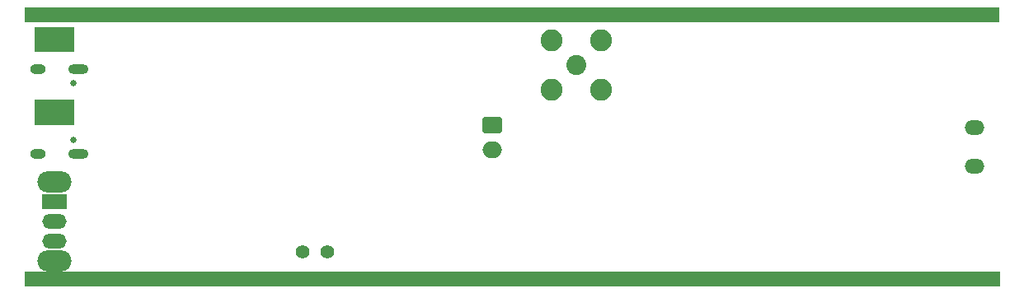
<source format=gbr>
%TF.GenerationSoftware,KiCad,Pcbnew,(5.1.9-16-g1737927814)-1*%
%TF.CreationDate,2021-08-08T16:45:24+02:00*%
%TF.ProjectId,Diffprobe,44696666-7072-46f6-9265-2e6b69636164,rev?*%
%TF.SameCoordinates,Original*%
%TF.FileFunction,Soldermask,Bot*%
%TF.FilePolarity,Negative*%
%FSLAX46Y46*%
G04 Gerber Fmt 4.6, Leading zero omitted, Abs format (unit mm)*
G04 Created by KiCad (PCBNEW (5.1.9-16-g1737927814)-1) date 2021-08-08 16:45:24*
%MOMM*%
%LPD*%
G01*
G04 APERTURE LIST*
%ADD10C,0.100000*%
%ADD11O,2.000000X1.524000*%
%ADD12O,2.000000X1.700000*%
%ADD13O,3.500000X2.200000*%
%ADD14O,2.500000X1.500000*%
%ADD15R,2.500000X1.500000*%
%ADD16C,2.050000*%
%ADD17C,2.250000*%
%ADD18C,0.650000*%
%ADD19O,1.600000X1.000000*%
%ADD20O,2.100000X1.000000*%
%ADD21C,1.400000*%
G04 APERTURE END LIST*
D10*
G36*
X85000000Y-35900000D02*
G01*
X81000000Y-35900000D01*
X81000000Y-33400000D01*
X85000000Y-33400000D01*
X85000000Y-35900000D01*
G37*
X85000000Y-35900000D02*
X81000000Y-35900000D01*
X81000000Y-33400000D01*
X85000000Y-33400000D01*
X85000000Y-35900000D01*
G36*
X85000000Y-43400000D02*
G01*
X81000000Y-43400000D01*
X81000000Y-40900000D01*
X85000000Y-40900000D01*
X85000000Y-43400000D01*
G37*
X85000000Y-43400000D02*
X81000000Y-43400000D01*
X81000000Y-40900000D01*
X85000000Y-40900000D01*
X85000000Y-43400000D01*
G36*
X180000000Y-32800000D02*
G01*
X80000000Y-32800000D01*
X80000000Y-31400000D01*
X180000000Y-31400000D01*
X180000000Y-32800000D01*
G37*
X180000000Y-32800000D02*
X80000000Y-32800000D01*
X80000000Y-31400000D01*
X180000000Y-31400000D01*
X180000000Y-32800000D01*
G36*
X180100000Y-60000000D02*
G01*
X80000000Y-60000000D01*
X80000000Y-58600000D01*
X180100000Y-58600000D01*
X180100000Y-60000000D01*
G37*
X180100000Y-60000000D02*
X80000000Y-60000000D01*
X80000000Y-58600000D01*
X180100000Y-58600000D01*
X180100000Y-60000000D01*
D11*
%TO.C,J2*%
X177500000Y-43740000D03*
X177500000Y-47700000D03*
%TD*%
D12*
%TO.C,BT1*%
X128000000Y-46000000D03*
G36*
G01*
X127250000Y-42650000D02*
X128750000Y-42650000D01*
G75*
G02*
X129000000Y-42900000I0J-250000D01*
G01*
X129000000Y-44100000D01*
G75*
G02*
X128750000Y-44350000I-250000J0D01*
G01*
X127250000Y-44350000D01*
G75*
G02*
X127000000Y-44100000I0J250000D01*
G01*
X127000000Y-42900000D01*
G75*
G02*
X127250000Y-42650000I250000J0D01*
G01*
G37*
%TD*%
D13*
%TO.C,SW1*%
X83000000Y-57500000D03*
X83000000Y-49300000D03*
D14*
X83000000Y-55400000D03*
X83000000Y-53400000D03*
D15*
X83000000Y-51400000D03*
%TD*%
D16*
%TO.C,J1*%
X136600000Y-37300000D03*
D17*
X139140000Y-34760000D03*
X134060000Y-34760000D03*
X134060000Y-39840000D03*
X139140000Y-39840000D03*
%TD*%
D18*
%TO.C,P1*%
X85005000Y-39210000D03*
X85005000Y-44990000D03*
D19*
X81325000Y-46420000D03*
X81325000Y-37780000D03*
D20*
X85505000Y-46420000D03*
X85505000Y-37780000D03*
%TD*%
D21*
%TO.C,TH1*%
X111090000Y-56500000D03*
X108550000Y-56500000D03*
%TD*%
M02*

</source>
